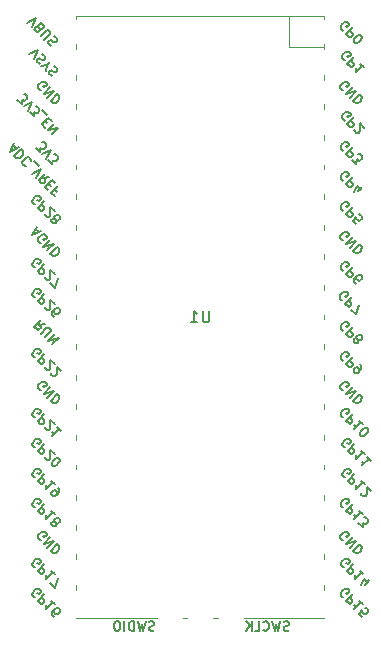
<source format=gbr>
%TF.GenerationSoftware,KiCad,Pcbnew,(6.0.4)*%
%TF.CreationDate,2022-07-04T15:55:19-04:00*%
%TF.ProjectId,cassowary,63617373-6f77-4617-9279-2e6b69636164,rev?*%
%TF.SameCoordinates,Original*%
%TF.FileFunction,Legend,Bot*%
%TF.FilePolarity,Positive*%
%FSLAX46Y46*%
G04 Gerber Fmt 4.6, Leading zero omitted, Abs format (unit mm)*
G04 Created by KiCad (PCBNEW (6.0.4)) date 2022-07-04 15:55:19*
%MOMM*%
%LPD*%
G01*
G04 APERTURE LIST*
%ADD10C,0.150000*%
%ADD11C,0.120000*%
G04 APERTURE END LIST*
D10*
%TO.C,U1*%
X145287904Y-73112380D02*
X145287904Y-73921904D01*
X145240285Y-74017142D01*
X145192666Y-74064761D01*
X145097428Y-74112380D01*
X144906952Y-74112380D01*
X144811714Y-74064761D01*
X144764095Y-74017142D01*
X144716476Y-73921904D01*
X144716476Y-73112380D01*
X143716476Y-74112380D02*
X144287904Y-74112380D01*
X144002190Y-74112380D02*
X144002190Y-73112380D01*
X144097428Y-73255238D01*
X144192666Y-73350476D01*
X144287904Y-73398095D01*
X152035523Y-100183809D02*
X151921238Y-100221904D01*
X151730761Y-100221904D01*
X151654571Y-100183809D01*
X151616476Y-100145714D01*
X151578380Y-100069523D01*
X151578380Y-99993333D01*
X151616476Y-99917142D01*
X151654571Y-99879047D01*
X151730761Y-99840952D01*
X151883142Y-99802857D01*
X151959333Y-99764761D01*
X151997428Y-99726666D01*
X152035523Y-99650476D01*
X152035523Y-99574285D01*
X151997428Y-99498095D01*
X151959333Y-99460000D01*
X151883142Y-99421904D01*
X151692666Y-99421904D01*
X151578380Y-99460000D01*
X151311714Y-99421904D02*
X151121238Y-100221904D01*
X150968857Y-99650476D01*
X150816476Y-100221904D01*
X150626000Y-99421904D01*
X149864095Y-100145714D02*
X149902190Y-100183809D01*
X150016476Y-100221904D01*
X150092666Y-100221904D01*
X150206952Y-100183809D01*
X150283142Y-100107619D01*
X150321238Y-100031428D01*
X150359333Y-99879047D01*
X150359333Y-99764761D01*
X150321238Y-99612380D01*
X150283142Y-99536190D01*
X150206952Y-99460000D01*
X150092666Y-99421904D01*
X150016476Y-99421904D01*
X149902190Y-99460000D01*
X149864095Y-99498095D01*
X149140285Y-100221904D02*
X149521238Y-100221904D01*
X149521238Y-99421904D01*
X148873619Y-100221904D02*
X148873619Y-99421904D01*
X148416476Y-100221904D02*
X148759333Y-99764761D01*
X148416476Y-99421904D02*
X148873619Y-99879047D01*
X156739096Y-57028781D02*
X156658284Y-57001844D01*
X156577471Y-56921032D01*
X156523597Y-56813282D01*
X156523597Y-56705532D01*
X156550534Y-56624720D01*
X156631346Y-56490033D01*
X156712158Y-56409221D01*
X156846845Y-56328409D01*
X156927658Y-56301471D01*
X157035407Y-56301471D01*
X157143157Y-56355346D01*
X157197032Y-56409221D01*
X157250906Y-56516971D01*
X157250906Y-56570845D01*
X157062345Y-56759407D01*
X156954595Y-56651658D01*
X157547218Y-56759407D02*
X156981532Y-57325093D01*
X157197032Y-57540592D01*
X157277844Y-57567529D01*
X157331719Y-57567529D01*
X157412531Y-57540592D01*
X157493343Y-57459780D01*
X157520280Y-57378967D01*
X157520280Y-57325093D01*
X157493343Y-57244280D01*
X157277844Y-57028781D01*
X157574155Y-57809966D02*
X157574155Y-57863841D01*
X157601093Y-57944653D01*
X157735780Y-58079340D01*
X157816592Y-58106277D01*
X157870467Y-58106277D01*
X157951279Y-58079340D01*
X158005154Y-58025465D01*
X158059028Y-57917715D01*
X158059028Y-57271218D01*
X158409215Y-57621404D01*
X130515722Y-87239407D02*
X130434910Y-87212470D01*
X130354097Y-87131658D01*
X130300223Y-87023908D01*
X130300223Y-86916158D01*
X130327160Y-86835346D01*
X130407972Y-86700659D01*
X130488784Y-86619847D01*
X130623471Y-86539035D01*
X130704284Y-86512097D01*
X130812033Y-86512097D01*
X130919783Y-86565972D01*
X130973658Y-86619847D01*
X131027532Y-86727597D01*
X131027532Y-86781471D01*
X130838971Y-86970033D01*
X130731221Y-86862284D01*
X131323844Y-86970033D02*
X130758158Y-87535719D01*
X130973658Y-87751218D01*
X131054470Y-87778155D01*
X131108345Y-87778155D01*
X131189157Y-87751218D01*
X131269969Y-87670406D01*
X131296906Y-87589593D01*
X131296906Y-87535719D01*
X131269969Y-87454906D01*
X131054470Y-87239407D01*
X132185841Y-87832030D02*
X131862592Y-87508781D01*
X132024216Y-87670406D02*
X131458531Y-88236091D01*
X131485468Y-88101404D01*
X131485468Y-87993654D01*
X131458531Y-87912842D01*
X132455215Y-88101404D02*
X132562964Y-88209154D01*
X132589902Y-88289966D01*
X132589902Y-88343841D01*
X132562964Y-88478528D01*
X132482152Y-88613215D01*
X132266653Y-88828714D01*
X132185841Y-88855651D01*
X132131966Y-88855651D01*
X132051154Y-88828714D01*
X131943404Y-88720964D01*
X131916467Y-88640152D01*
X131916467Y-88586277D01*
X131943404Y-88505465D01*
X132078091Y-88370778D01*
X132158903Y-88343841D01*
X132212778Y-88343841D01*
X132293590Y-88370778D01*
X132401340Y-88478528D01*
X132428277Y-88559340D01*
X132428277Y-88613215D01*
X132401340Y-88694027D01*
X131012158Y-54461844D02*
X130931346Y-54434906D01*
X130850534Y-54354094D01*
X130796659Y-54246345D01*
X130796659Y-54138595D01*
X130823597Y-54057783D01*
X130904409Y-53923096D01*
X130985221Y-53842284D01*
X131119908Y-53761471D01*
X131200720Y-53734534D01*
X131308470Y-53734534D01*
X131416219Y-53788409D01*
X131470094Y-53842284D01*
X131523969Y-53950033D01*
X131523969Y-54003908D01*
X131335407Y-54192470D01*
X131227658Y-54084720D01*
X131820280Y-54192470D02*
X131254595Y-54758155D01*
X132143529Y-54515719D01*
X131577844Y-55081404D01*
X132412903Y-54785093D02*
X131847218Y-55350778D01*
X131981905Y-55485465D01*
X132089654Y-55539340D01*
X132197404Y-55539340D01*
X132278216Y-55512402D01*
X132412903Y-55431590D01*
X132493715Y-55350778D01*
X132574528Y-55216091D01*
X132601465Y-55135279D01*
X132601465Y-55027529D01*
X132547590Y-54919780D01*
X132412903Y-54785093D01*
X156612158Y-54461844D02*
X156531346Y-54434906D01*
X156450534Y-54354094D01*
X156396659Y-54246345D01*
X156396659Y-54138595D01*
X156423597Y-54057783D01*
X156504409Y-53923096D01*
X156585221Y-53842284D01*
X156719908Y-53761471D01*
X156800720Y-53734534D01*
X156908470Y-53734534D01*
X157016219Y-53788409D01*
X157070094Y-53842284D01*
X157123969Y-53950033D01*
X157123969Y-54003908D01*
X156935407Y-54192470D01*
X156827658Y-54084720D01*
X157420280Y-54192470D02*
X156854595Y-54758155D01*
X157743529Y-54515719D01*
X157177844Y-55081404D01*
X158012903Y-54785093D02*
X157447218Y-55350778D01*
X157581905Y-55485465D01*
X157689654Y-55539340D01*
X157797404Y-55539340D01*
X157878216Y-55512402D01*
X158012903Y-55431590D01*
X158093715Y-55350778D01*
X158174528Y-55216091D01*
X158201465Y-55135279D01*
X158201465Y-55027529D01*
X158147590Y-54919780D01*
X158012903Y-54785093D01*
X156639096Y-49408781D02*
X156558284Y-49381844D01*
X156477471Y-49301032D01*
X156423597Y-49193282D01*
X156423597Y-49085532D01*
X156450534Y-49004720D01*
X156531346Y-48870033D01*
X156612158Y-48789221D01*
X156746845Y-48708409D01*
X156827658Y-48681471D01*
X156935407Y-48681471D01*
X157043157Y-48735346D01*
X157097032Y-48789221D01*
X157150906Y-48896971D01*
X157150906Y-48950845D01*
X156962345Y-49139407D01*
X156854595Y-49031658D01*
X157447218Y-49139407D02*
X156881532Y-49705093D01*
X157097032Y-49920592D01*
X157177844Y-49947529D01*
X157231719Y-49947529D01*
X157312531Y-49920592D01*
X157393343Y-49839780D01*
X157420280Y-49758967D01*
X157420280Y-49705093D01*
X157393343Y-49624280D01*
X157177844Y-49408781D01*
X157554967Y-50378528D02*
X157608842Y-50432402D01*
X157689654Y-50459340D01*
X157743529Y-50459340D01*
X157824341Y-50432402D01*
X157959028Y-50351590D01*
X158093715Y-50216903D01*
X158174528Y-50082216D01*
X158201465Y-50001404D01*
X158201465Y-49947529D01*
X158174528Y-49866717D01*
X158120653Y-49812842D01*
X158039841Y-49785905D01*
X157985966Y-49785905D01*
X157905154Y-49812842D01*
X157770467Y-49893654D01*
X157635780Y-50028341D01*
X157554967Y-50163028D01*
X157528030Y-50243841D01*
X157528030Y-50297715D01*
X157554967Y-50378528D01*
X156769722Y-87239407D02*
X156688910Y-87212470D01*
X156608097Y-87131658D01*
X156554223Y-87023908D01*
X156554223Y-86916158D01*
X156581160Y-86835346D01*
X156661972Y-86700659D01*
X156742784Y-86619847D01*
X156877471Y-86539035D01*
X156958284Y-86512097D01*
X157066033Y-86512097D01*
X157173783Y-86565972D01*
X157227658Y-86619847D01*
X157281532Y-86727597D01*
X157281532Y-86781471D01*
X157092971Y-86970033D01*
X156985221Y-86862284D01*
X157577844Y-86970033D02*
X157012158Y-87535719D01*
X157227658Y-87751218D01*
X157308470Y-87778155D01*
X157362345Y-87778155D01*
X157443157Y-87751218D01*
X157523969Y-87670406D01*
X157550906Y-87589593D01*
X157550906Y-87535719D01*
X157523969Y-87454906D01*
X157308470Y-87239407D01*
X158439841Y-87832030D02*
X158116592Y-87508781D01*
X158278216Y-87670406D02*
X157712531Y-88236091D01*
X157739468Y-88101404D01*
X157739468Y-87993654D01*
X157712531Y-87912842D01*
X158143529Y-88559340D02*
X158143529Y-88613215D01*
X158170467Y-88694027D01*
X158305154Y-88828714D01*
X158385966Y-88855651D01*
X158439841Y-88855651D01*
X158520653Y-88828714D01*
X158574528Y-88774839D01*
X158628402Y-88667089D01*
X158628402Y-88020592D01*
X158978589Y-88370778D01*
X156612158Y-92561844D02*
X156531346Y-92534906D01*
X156450534Y-92454094D01*
X156396659Y-92346345D01*
X156396659Y-92238595D01*
X156423597Y-92157783D01*
X156504409Y-92023096D01*
X156585221Y-91942284D01*
X156719908Y-91861471D01*
X156800720Y-91834534D01*
X156908470Y-91834534D01*
X157016219Y-91888409D01*
X157070094Y-91942284D01*
X157123969Y-92050033D01*
X157123969Y-92103908D01*
X156935407Y-92292470D01*
X156827658Y-92184720D01*
X157420280Y-92292470D02*
X156854595Y-92858155D01*
X157743529Y-92615719D01*
X157177844Y-93181404D01*
X158012903Y-92885093D02*
X157447218Y-93450778D01*
X157581905Y-93585465D01*
X157689654Y-93639340D01*
X157797404Y-93639340D01*
X157878216Y-93612402D01*
X158012903Y-93531590D01*
X158093715Y-93450778D01*
X158174528Y-93316091D01*
X158201465Y-93235279D01*
X158201465Y-93127529D01*
X158147590Y-93019780D01*
X158012903Y-92885093D01*
X156623722Y-82159407D02*
X156542910Y-82132470D01*
X156462097Y-82051658D01*
X156408223Y-81943908D01*
X156408223Y-81836158D01*
X156435160Y-81755346D01*
X156515972Y-81620659D01*
X156596784Y-81539847D01*
X156731471Y-81459035D01*
X156812284Y-81432097D01*
X156920033Y-81432097D01*
X157027783Y-81485972D01*
X157081658Y-81539847D01*
X157135532Y-81647597D01*
X157135532Y-81701471D01*
X156946971Y-81890033D01*
X156839221Y-81782284D01*
X157431844Y-81890033D02*
X156866158Y-82455719D01*
X157081658Y-82671218D01*
X157162470Y-82698155D01*
X157216345Y-82698155D01*
X157297157Y-82671218D01*
X157377969Y-82590406D01*
X157404906Y-82509593D01*
X157404906Y-82455719D01*
X157377969Y-82374906D01*
X157162470Y-82159407D01*
X158293841Y-82752030D02*
X157970592Y-82428781D01*
X158132216Y-82590406D02*
X157566531Y-83156091D01*
X157593468Y-83021404D01*
X157593468Y-82913654D01*
X157566531Y-82832842D01*
X158078341Y-83667902D02*
X158132216Y-83721776D01*
X158213028Y-83748714D01*
X158266903Y-83748714D01*
X158347715Y-83721776D01*
X158482402Y-83640964D01*
X158617089Y-83506277D01*
X158697902Y-83371590D01*
X158724839Y-83290778D01*
X158724839Y-83236903D01*
X158697902Y-83156091D01*
X158644027Y-83102216D01*
X158563215Y-83075279D01*
X158509340Y-83075279D01*
X158428528Y-83102216D01*
X158293841Y-83183028D01*
X158159154Y-83317715D01*
X158078341Y-83452402D01*
X158051404Y-83533215D01*
X158051404Y-83587089D01*
X158078341Y-83667902D01*
X156639096Y-59568781D02*
X156558284Y-59541844D01*
X156477471Y-59461032D01*
X156423597Y-59353282D01*
X156423597Y-59245532D01*
X156450534Y-59164720D01*
X156531346Y-59030033D01*
X156612158Y-58949221D01*
X156746845Y-58868409D01*
X156827658Y-58841471D01*
X156935407Y-58841471D01*
X157043157Y-58895346D01*
X157097032Y-58949221D01*
X157150906Y-59056971D01*
X157150906Y-59110845D01*
X156962345Y-59299407D01*
X156854595Y-59191658D01*
X157447218Y-59299407D02*
X156881532Y-59865093D01*
X157097032Y-60080592D01*
X157177844Y-60107529D01*
X157231719Y-60107529D01*
X157312531Y-60080592D01*
X157393343Y-59999780D01*
X157420280Y-59918967D01*
X157420280Y-59865093D01*
X157393343Y-59784280D01*
X157177844Y-59568781D01*
X157393343Y-60376903D02*
X157743529Y-60727089D01*
X157770467Y-60323028D01*
X157851279Y-60403841D01*
X157932091Y-60430778D01*
X157985966Y-60430778D01*
X158066778Y-60403841D01*
X158201465Y-60269154D01*
X158228402Y-60188341D01*
X158228402Y-60134467D01*
X158201465Y-60053654D01*
X158039841Y-59892030D01*
X157959028Y-59865093D01*
X157905154Y-59865093D01*
X128680788Y-59126226D02*
X128950162Y-59395600D01*
X128788537Y-58910727D02*
X128411414Y-59664974D01*
X129165661Y-59287850D01*
X129354223Y-59476412D02*
X128788537Y-60042097D01*
X128923224Y-60176784D01*
X129030974Y-60230659D01*
X129138723Y-60230659D01*
X129219536Y-60203722D01*
X129354223Y-60122910D01*
X129435035Y-60042097D01*
X129515847Y-59907410D01*
X129542784Y-59826598D01*
X129542784Y-59718849D01*
X129488910Y-59611099D01*
X129354223Y-59476412D01*
X130189282Y-60419221D02*
X130189282Y-60365346D01*
X130135407Y-60257597D01*
X130081532Y-60203722D01*
X129973783Y-60149847D01*
X129866033Y-60149847D01*
X129785221Y-60176784D01*
X129650534Y-60257597D01*
X129569722Y-60338409D01*
X129488910Y-60473096D01*
X129461972Y-60553908D01*
X129461972Y-60661658D01*
X129515847Y-60769407D01*
X129569722Y-60823282D01*
X129677471Y-60877157D01*
X129731346Y-60877157D01*
X130404781Y-60419221D02*
X130835780Y-60850219D01*
X130270094Y-61523654D02*
X131024341Y-61146531D01*
X130647218Y-61900778D01*
X131724714Y-61846903D02*
X131266778Y-61927715D01*
X131401465Y-61523654D02*
X130835780Y-62089340D01*
X131051279Y-62304839D01*
X131132091Y-62331776D01*
X131185966Y-62331776D01*
X131266778Y-62304839D01*
X131347590Y-62224027D01*
X131374528Y-62143215D01*
X131374528Y-62089340D01*
X131347590Y-62008528D01*
X131132091Y-61793028D01*
X131670839Y-62385651D02*
X131859401Y-62574213D01*
X132236524Y-62358714D02*
X131967150Y-62089340D01*
X131401465Y-62655025D01*
X131670839Y-62924399D01*
X132371211Y-63086024D02*
X132182650Y-62897462D01*
X132478961Y-62601150D02*
X131913276Y-63166836D01*
X132182650Y-63436210D01*
X156639096Y-69728781D02*
X156558284Y-69701844D01*
X156477471Y-69621032D01*
X156423597Y-69513282D01*
X156423597Y-69405532D01*
X156450534Y-69324720D01*
X156531346Y-69190033D01*
X156612158Y-69109221D01*
X156746845Y-69028409D01*
X156827658Y-69001471D01*
X156935407Y-69001471D01*
X157043157Y-69055346D01*
X157097032Y-69109221D01*
X157150906Y-69216971D01*
X157150906Y-69270845D01*
X156962345Y-69459407D01*
X156854595Y-69351658D01*
X157447218Y-69459407D02*
X156881532Y-70025093D01*
X157097032Y-70240592D01*
X157177844Y-70267529D01*
X157231719Y-70267529D01*
X157312531Y-70240592D01*
X157393343Y-70159780D01*
X157420280Y-70078967D01*
X157420280Y-70025093D01*
X157393343Y-69944280D01*
X157177844Y-69728781D01*
X157689654Y-70833215D02*
X157581905Y-70725465D01*
X157554967Y-70644653D01*
X157554967Y-70590778D01*
X157581905Y-70456091D01*
X157662717Y-70321404D01*
X157878216Y-70105905D01*
X157959028Y-70078967D01*
X158012903Y-70078967D01*
X158093715Y-70105905D01*
X158201465Y-70213654D01*
X158228402Y-70294467D01*
X158228402Y-70348341D01*
X158201465Y-70429154D01*
X158066778Y-70563841D01*
X157985966Y-70590778D01*
X157932091Y-70590778D01*
X157851279Y-70563841D01*
X157743529Y-70456091D01*
X157716592Y-70375279D01*
X157716592Y-70321404D01*
X157743529Y-70240592D01*
X140621238Y-100183809D02*
X140506952Y-100221904D01*
X140316476Y-100221904D01*
X140240285Y-100183809D01*
X140202190Y-100145714D01*
X140164095Y-100069523D01*
X140164095Y-99993333D01*
X140202190Y-99917142D01*
X140240285Y-99879047D01*
X140316476Y-99840952D01*
X140468857Y-99802857D01*
X140545047Y-99764761D01*
X140583142Y-99726666D01*
X140621238Y-99650476D01*
X140621238Y-99574285D01*
X140583142Y-99498095D01*
X140545047Y-99460000D01*
X140468857Y-99421904D01*
X140278380Y-99421904D01*
X140164095Y-99460000D01*
X139897428Y-99421904D02*
X139706952Y-100221904D01*
X139554571Y-99650476D01*
X139402190Y-100221904D01*
X139211714Y-99421904D01*
X138906952Y-100221904D02*
X138906952Y-99421904D01*
X138716476Y-99421904D01*
X138602190Y-99460000D01*
X138526000Y-99536190D01*
X138487904Y-99612380D01*
X138449809Y-99764761D01*
X138449809Y-99879047D01*
X138487904Y-100031428D01*
X138526000Y-100107619D01*
X138602190Y-100183809D01*
X138716476Y-100221904D01*
X138906952Y-100221904D01*
X138106952Y-100221904D02*
X138106952Y-99421904D01*
X137573619Y-99421904D02*
X137421238Y-99421904D01*
X137345047Y-99460000D01*
X137268857Y-99536190D01*
X137230761Y-99688571D01*
X137230761Y-99955238D01*
X137268857Y-100107619D01*
X137345047Y-100183809D01*
X137421238Y-100221904D01*
X137573619Y-100221904D01*
X137649809Y-100183809D01*
X137726000Y-100107619D01*
X137764095Y-99955238D01*
X137764095Y-99688571D01*
X137726000Y-99536190D01*
X137649809Y-99460000D01*
X137573619Y-99421904D01*
X156539096Y-72238781D02*
X156458284Y-72211844D01*
X156377471Y-72131032D01*
X156323597Y-72023282D01*
X156323597Y-71915532D01*
X156350534Y-71834720D01*
X156431346Y-71700033D01*
X156512158Y-71619221D01*
X156646845Y-71538409D01*
X156727658Y-71511471D01*
X156835407Y-71511471D01*
X156943157Y-71565346D01*
X156997032Y-71619221D01*
X157050906Y-71726971D01*
X157050906Y-71780845D01*
X156862345Y-71969407D01*
X156754595Y-71861658D01*
X157347218Y-71969407D02*
X156781532Y-72535093D01*
X156997032Y-72750592D01*
X157077844Y-72777529D01*
X157131719Y-72777529D01*
X157212531Y-72750592D01*
X157293343Y-72669780D01*
X157320280Y-72588967D01*
X157320280Y-72535093D01*
X157293343Y-72454280D01*
X157077844Y-72238781D01*
X157293343Y-73046903D02*
X157670467Y-73424027D01*
X157993715Y-72615905D01*
X131364375Y-74256564D02*
X130906439Y-74337377D01*
X131041126Y-73933316D02*
X130475441Y-74499001D01*
X130690940Y-74714500D01*
X130771752Y-74741438D01*
X130825627Y-74741438D01*
X130906439Y-74714500D01*
X130987251Y-74633688D01*
X131014189Y-74552876D01*
X131014189Y-74499001D01*
X130987251Y-74418189D01*
X130771752Y-74202690D01*
X131041126Y-75064687D02*
X131499062Y-74606751D01*
X131579874Y-74579813D01*
X131633749Y-74579813D01*
X131714561Y-74606751D01*
X131822311Y-74714500D01*
X131849248Y-74795312D01*
X131849248Y-74849187D01*
X131822311Y-74930000D01*
X131364375Y-75387935D01*
X132199435Y-75091624D02*
X131633749Y-75657309D01*
X132522683Y-75414873D01*
X131956998Y-75980558D01*
X131012158Y-79861844D02*
X130931346Y-79834906D01*
X130850534Y-79754094D01*
X130796659Y-79646345D01*
X130796659Y-79538595D01*
X130823597Y-79457783D01*
X130904409Y-79323096D01*
X130985221Y-79242284D01*
X131119908Y-79161471D01*
X131200720Y-79134534D01*
X131308470Y-79134534D01*
X131416219Y-79188409D01*
X131470094Y-79242284D01*
X131523969Y-79350033D01*
X131523969Y-79403908D01*
X131335407Y-79592470D01*
X131227658Y-79484720D01*
X131820280Y-79592470D02*
X131254595Y-80158155D01*
X132143529Y-79915719D01*
X131577844Y-80481404D01*
X132412903Y-80185093D02*
X131847218Y-80750778D01*
X131981905Y-80885465D01*
X132089654Y-80939340D01*
X132197404Y-80939340D01*
X132278216Y-80912402D01*
X132412903Y-80831590D01*
X132493715Y-80750778D01*
X132574528Y-80616091D01*
X132601465Y-80535279D01*
X132601465Y-80427529D01*
X132547590Y-80319780D01*
X132412903Y-80185093D01*
X156769722Y-84699407D02*
X156688910Y-84672470D01*
X156608097Y-84591658D01*
X156554223Y-84483908D01*
X156554223Y-84376158D01*
X156581160Y-84295346D01*
X156661972Y-84160659D01*
X156742784Y-84079847D01*
X156877471Y-83999035D01*
X156958284Y-83972097D01*
X157066033Y-83972097D01*
X157173783Y-84025972D01*
X157227658Y-84079847D01*
X157281532Y-84187597D01*
X157281532Y-84241471D01*
X157092971Y-84430033D01*
X156985221Y-84322284D01*
X157577844Y-84430033D02*
X157012158Y-84995719D01*
X157227658Y-85211218D01*
X157308470Y-85238155D01*
X157362345Y-85238155D01*
X157443157Y-85211218D01*
X157523969Y-85130406D01*
X157550906Y-85049593D01*
X157550906Y-84995719D01*
X157523969Y-84914906D01*
X157308470Y-84699407D01*
X158439841Y-85292030D02*
X158116592Y-84968781D01*
X158278216Y-85130406D02*
X157712531Y-85696091D01*
X157739468Y-85561404D01*
X157739468Y-85453654D01*
X157712531Y-85372842D01*
X158978589Y-85830778D02*
X158655340Y-85507529D01*
X158816964Y-85669154D02*
X158251279Y-86234839D01*
X158278216Y-86100152D01*
X158278216Y-85992402D01*
X158251279Y-85911590D01*
X156639096Y-74808781D02*
X156558284Y-74781844D01*
X156477471Y-74701032D01*
X156423597Y-74593282D01*
X156423597Y-74485532D01*
X156450534Y-74404720D01*
X156531346Y-74270033D01*
X156612158Y-74189221D01*
X156746845Y-74108409D01*
X156827658Y-74081471D01*
X156935407Y-74081471D01*
X157043157Y-74135346D01*
X157097032Y-74189221D01*
X157150906Y-74296971D01*
X157150906Y-74350845D01*
X156962345Y-74539407D01*
X156854595Y-74431658D01*
X157447218Y-74539407D02*
X156881532Y-75105093D01*
X157097032Y-75320592D01*
X157177844Y-75347529D01*
X157231719Y-75347529D01*
X157312531Y-75320592D01*
X157393343Y-75239780D01*
X157420280Y-75158967D01*
X157420280Y-75105093D01*
X157393343Y-75024280D01*
X157177844Y-74808781D01*
X157770467Y-75509154D02*
X157689654Y-75482216D01*
X157635780Y-75482216D01*
X157554967Y-75509154D01*
X157528030Y-75536091D01*
X157501093Y-75616903D01*
X157501093Y-75670778D01*
X157528030Y-75751590D01*
X157635780Y-75859340D01*
X157716592Y-75886277D01*
X157770467Y-75886277D01*
X157851279Y-75859340D01*
X157878216Y-75832402D01*
X157905154Y-75751590D01*
X157905154Y-75697715D01*
X157878216Y-75616903D01*
X157770467Y-75509154D01*
X157743529Y-75428341D01*
X157743529Y-75374467D01*
X157770467Y-75293654D01*
X157878216Y-75185905D01*
X157959028Y-75158967D01*
X158012903Y-75158967D01*
X158093715Y-75185905D01*
X158201465Y-75293654D01*
X158228402Y-75374467D01*
X158228402Y-75428341D01*
X158201465Y-75509154D01*
X158093715Y-75616903D01*
X158012903Y-75643841D01*
X157959028Y-75643841D01*
X157878216Y-75616903D01*
X129048131Y-55301691D02*
X129398317Y-55651877D01*
X129425255Y-55247816D01*
X129506067Y-55328629D01*
X129586879Y-55355566D01*
X129640754Y-55355566D01*
X129721566Y-55328629D01*
X129856253Y-55193942D01*
X129883190Y-55113129D01*
X129883190Y-55059255D01*
X129856253Y-54978442D01*
X129694629Y-54816818D01*
X129613816Y-54789881D01*
X129559942Y-54789881D01*
X129559942Y-55813502D02*
X130314189Y-55436378D01*
X129937065Y-56190625D01*
X130071752Y-56325312D02*
X130421938Y-56675499D01*
X130448876Y-56271438D01*
X130529688Y-56352250D01*
X130610500Y-56379187D01*
X130664375Y-56379187D01*
X130745187Y-56352250D01*
X130879874Y-56217563D01*
X130906812Y-56136751D01*
X130906812Y-56082876D01*
X130879874Y-56002064D01*
X130718250Y-55840439D01*
X130637438Y-55813502D01*
X130583563Y-55813502D01*
X131149248Y-56163688D02*
X131580247Y-56594687D01*
X131364748Y-57079560D02*
X131553309Y-57268122D01*
X131930433Y-57052622D02*
X131661059Y-56783248D01*
X131095374Y-57348934D01*
X131364748Y-57618308D01*
X132172870Y-57295059D02*
X131607184Y-57860744D01*
X132496118Y-57618308D01*
X131930433Y-58183993D01*
X156623722Y-97399407D02*
X156542910Y-97372470D01*
X156462097Y-97291658D01*
X156408223Y-97183908D01*
X156408223Y-97076158D01*
X156435160Y-96995346D01*
X156515972Y-96860659D01*
X156596784Y-96779847D01*
X156731471Y-96699035D01*
X156812284Y-96672097D01*
X156920033Y-96672097D01*
X157027783Y-96725972D01*
X157081658Y-96779847D01*
X157135532Y-96887597D01*
X157135532Y-96941471D01*
X156946971Y-97130033D01*
X156839221Y-97022284D01*
X157431844Y-97130033D02*
X156866158Y-97695719D01*
X157081658Y-97911218D01*
X157162470Y-97938155D01*
X157216345Y-97938155D01*
X157297157Y-97911218D01*
X157377969Y-97830406D01*
X157404906Y-97749593D01*
X157404906Y-97695719D01*
X157377969Y-97614906D01*
X157162470Y-97399407D01*
X158293841Y-97992030D02*
X157970592Y-97668781D01*
X158132216Y-97830406D02*
X157566531Y-98396091D01*
X157593468Y-98261404D01*
X157593468Y-98153654D01*
X157566531Y-98072842D01*
X158239966Y-99069526D02*
X157970592Y-98800152D01*
X158213028Y-98503841D01*
X158213028Y-98557715D01*
X158239966Y-98638528D01*
X158374653Y-98773215D01*
X158455465Y-98800152D01*
X158509340Y-98800152D01*
X158590152Y-98773215D01*
X158724839Y-98638528D01*
X158751776Y-98557715D01*
X158751776Y-98503841D01*
X158724839Y-98423028D01*
X158590152Y-98288341D01*
X158509340Y-98261404D01*
X158455465Y-98261404D01*
X130515722Y-97399407D02*
X130434910Y-97372470D01*
X130354097Y-97291658D01*
X130300223Y-97183908D01*
X130300223Y-97076158D01*
X130327160Y-96995346D01*
X130407972Y-96860659D01*
X130488784Y-96779847D01*
X130623471Y-96699035D01*
X130704284Y-96672097D01*
X130812033Y-96672097D01*
X130919783Y-96725972D01*
X130973658Y-96779847D01*
X131027532Y-96887597D01*
X131027532Y-96941471D01*
X130838971Y-97130033D01*
X130731221Y-97022284D01*
X131323844Y-97130033D02*
X130758158Y-97695719D01*
X130973658Y-97911218D01*
X131054470Y-97938155D01*
X131108345Y-97938155D01*
X131189157Y-97911218D01*
X131269969Y-97830406D01*
X131296906Y-97749593D01*
X131296906Y-97695719D01*
X131269969Y-97614906D01*
X131054470Y-97399407D01*
X132185841Y-97992030D02*
X131862592Y-97668781D01*
X132024216Y-97830406D02*
X131458531Y-98396091D01*
X131485468Y-98261404D01*
X131485468Y-98153654D01*
X131458531Y-98072842D01*
X132105028Y-99042589D02*
X131997279Y-98934839D01*
X131970341Y-98854027D01*
X131970341Y-98800152D01*
X131997279Y-98665465D01*
X132078091Y-98530778D01*
X132293590Y-98315279D01*
X132374402Y-98288341D01*
X132428277Y-98288341D01*
X132509089Y-98315279D01*
X132616839Y-98423028D01*
X132643776Y-98503841D01*
X132643776Y-98557715D01*
X132616839Y-98638528D01*
X132482152Y-98773215D01*
X132401340Y-98800152D01*
X132347465Y-98800152D01*
X132266653Y-98773215D01*
X132158903Y-98665465D01*
X132131966Y-98584653D01*
X132131966Y-98530778D01*
X132158903Y-98449966D01*
X156739096Y-51938781D02*
X156658284Y-51911844D01*
X156577471Y-51831032D01*
X156523597Y-51723282D01*
X156523597Y-51615532D01*
X156550534Y-51534720D01*
X156631346Y-51400033D01*
X156712158Y-51319221D01*
X156846845Y-51238409D01*
X156927658Y-51211471D01*
X157035407Y-51211471D01*
X157143157Y-51265346D01*
X157197032Y-51319221D01*
X157250906Y-51426971D01*
X157250906Y-51480845D01*
X157062345Y-51669407D01*
X156954595Y-51561658D01*
X157547218Y-51669407D02*
X156981532Y-52235093D01*
X157197032Y-52450592D01*
X157277844Y-52477529D01*
X157331719Y-52477529D01*
X157412531Y-52450592D01*
X157493343Y-52369780D01*
X157520280Y-52288967D01*
X157520280Y-52235093D01*
X157493343Y-52154280D01*
X157277844Y-51938781D01*
X158409215Y-52531404D02*
X158085966Y-52208155D01*
X158247590Y-52369780D02*
X157681905Y-52935465D01*
X157708842Y-52800778D01*
X157708842Y-52693028D01*
X157681905Y-52612216D01*
X129879129Y-48732690D02*
X130633377Y-48355566D01*
X130256253Y-49109813D01*
X130902751Y-49217563D02*
X131010500Y-49271438D01*
X131064375Y-49271438D01*
X131145187Y-49244500D01*
X131226000Y-49163688D01*
X131252937Y-49082876D01*
X131252937Y-49029001D01*
X131226000Y-48948189D01*
X131010500Y-48732690D01*
X130444815Y-49298375D01*
X130633377Y-49486937D01*
X130714189Y-49513874D01*
X130768064Y-49513874D01*
X130848876Y-49486937D01*
X130902751Y-49433062D01*
X130929688Y-49352250D01*
X130929688Y-49298375D01*
X130902751Y-49217563D01*
X130714189Y-49029001D01*
X131010500Y-49864061D02*
X131468436Y-49406125D01*
X131549248Y-49379187D01*
X131603123Y-49379187D01*
X131683935Y-49406125D01*
X131791685Y-49513874D01*
X131818622Y-49594687D01*
X131818622Y-49648561D01*
X131791685Y-49729374D01*
X131333749Y-50187309D01*
X132114934Y-49890998D02*
X132222683Y-49944873D01*
X132357370Y-50079560D01*
X132384308Y-50160372D01*
X132384308Y-50214247D01*
X132357370Y-50295059D01*
X132303496Y-50348934D01*
X132222683Y-50375871D01*
X132168809Y-50375871D01*
X132087996Y-50348934D01*
X131953309Y-50268122D01*
X131872497Y-50241184D01*
X131818622Y-50241184D01*
X131737810Y-50268122D01*
X131683935Y-50321996D01*
X131656998Y-50402809D01*
X131656998Y-50456683D01*
X131683935Y-50537496D01*
X131818622Y-50672183D01*
X131926372Y-50726057D01*
X130515722Y-77079407D02*
X130434910Y-77052470D01*
X130354097Y-76971658D01*
X130300223Y-76863908D01*
X130300223Y-76756158D01*
X130327160Y-76675346D01*
X130407972Y-76540659D01*
X130488784Y-76459847D01*
X130623471Y-76379035D01*
X130704284Y-76352097D01*
X130812033Y-76352097D01*
X130919783Y-76405972D01*
X130973658Y-76459847D01*
X131027532Y-76567597D01*
X131027532Y-76621471D01*
X130838971Y-76810033D01*
X130731221Y-76702284D01*
X131323844Y-76810033D02*
X130758158Y-77375719D01*
X130973658Y-77591218D01*
X131054470Y-77618155D01*
X131108345Y-77618155D01*
X131189157Y-77591218D01*
X131269969Y-77510406D01*
X131296906Y-77429593D01*
X131296906Y-77375719D01*
X131269969Y-77294906D01*
X131054470Y-77079407D01*
X131350781Y-77860592D02*
X131350781Y-77914467D01*
X131377719Y-77995279D01*
X131512406Y-78129966D01*
X131593218Y-78156903D01*
X131647093Y-78156903D01*
X131727905Y-78129966D01*
X131781780Y-78076091D01*
X131835654Y-77968341D01*
X131835654Y-77321844D01*
X132185841Y-77672030D01*
X131889529Y-78399340D02*
X131889529Y-78453215D01*
X131916467Y-78534027D01*
X132051154Y-78668714D01*
X132131966Y-78695651D01*
X132185841Y-78695651D01*
X132266653Y-78668714D01*
X132320528Y-78614839D01*
X132374402Y-78507089D01*
X132374402Y-77860592D01*
X132724589Y-78210778D01*
X156639096Y-62108781D02*
X156558284Y-62081844D01*
X156477471Y-62001032D01*
X156423597Y-61893282D01*
X156423597Y-61785532D01*
X156450534Y-61704720D01*
X156531346Y-61570033D01*
X156612158Y-61489221D01*
X156746845Y-61408409D01*
X156827658Y-61381471D01*
X156935407Y-61381471D01*
X157043157Y-61435346D01*
X157097032Y-61489221D01*
X157150906Y-61596971D01*
X157150906Y-61650845D01*
X156962345Y-61839407D01*
X156854595Y-61731658D01*
X157447218Y-61839407D02*
X156881532Y-62405093D01*
X157097032Y-62620592D01*
X157177844Y-62647529D01*
X157231719Y-62647529D01*
X157312531Y-62620592D01*
X157393343Y-62539780D01*
X157420280Y-62458967D01*
X157420280Y-62405093D01*
X157393343Y-62324280D01*
X157177844Y-62108781D01*
X157878216Y-63024653D02*
X158255340Y-62647529D01*
X157528030Y-63105465D02*
X157797404Y-62566717D01*
X158147590Y-62916903D01*
X156623722Y-89779407D02*
X156542910Y-89752470D01*
X156462097Y-89671658D01*
X156408223Y-89563908D01*
X156408223Y-89456158D01*
X156435160Y-89375346D01*
X156515972Y-89240659D01*
X156596784Y-89159847D01*
X156731471Y-89079035D01*
X156812284Y-89052097D01*
X156920033Y-89052097D01*
X157027783Y-89105972D01*
X157081658Y-89159847D01*
X157135532Y-89267597D01*
X157135532Y-89321471D01*
X156946971Y-89510033D01*
X156839221Y-89402284D01*
X157431844Y-89510033D02*
X156866158Y-90075719D01*
X157081658Y-90291218D01*
X157162470Y-90318155D01*
X157216345Y-90318155D01*
X157297157Y-90291218D01*
X157377969Y-90210406D01*
X157404906Y-90129593D01*
X157404906Y-90075719D01*
X157377969Y-89994906D01*
X157162470Y-89779407D01*
X158293841Y-90372030D02*
X157970592Y-90048781D01*
X158132216Y-90210406D02*
X157566531Y-90776091D01*
X157593468Y-90641404D01*
X157593468Y-90533654D01*
X157566531Y-90452842D01*
X157916717Y-91126277D02*
X158266903Y-91476463D01*
X158293841Y-91072402D01*
X158374653Y-91153215D01*
X158455465Y-91180152D01*
X158509340Y-91180152D01*
X158590152Y-91153215D01*
X158724839Y-91018528D01*
X158751776Y-90937715D01*
X158751776Y-90883841D01*
X158724839Y-90803028D01*
X158563215Y-90641404D01*
X158482402Y-90614467D01*
X158428528Y-90614467D01*
X156669722Y-94859407D02*
X156588910Y-94832470D01*
X156508097Y-94751658D01*
X156454223Y-94643908D01*
X156454223Y-94536158D01*
X156481160Y-94455346D01*
X156561972Y-94320659D01*
X156642784Y-94239847D01*
X156777471Y-94159035D01*
X156858284Y-94132097D01*
X156966033Y-94132097D01*
X157073783Y-94185972D01*
X157127658Y-94239847D01*
X157181532Y-94347597D01*
X157181532Y-94401471D01*
X156992971Y-94590033D01*
X156885221Y-94482284D01*
X157477844Y-94590033D02*
X156912158Y-95155719D01*
X157127658Y-95371218D01*
X157208470Y-95398155D01*
X157262345Y-95398155D01*
X157343157Y-95371218D01*
X157423969Y-95290406D01*
X157450906Y-95209593D01*
X157450906Y-95155719D01*
X157423969Y-95074906D01*
X157208470Y-94859407D01*
X158339841Y-95452030D02*
X158016592Y-95128781D01*
X158178216Y-95290406D02*
X157612531Y-95856091D01*
X157639468Y-95721404D01*
X157639468Y-95613654D01*
X157612531Y-95532842D01*
X158447590Y-96314027D02*
X158824714Y-95936903D01*
X158097404Y-96394839D02*
X158366778Y-95856091D01*
X158716964Y-96206277D01*
X130515722Y-84699407D02*
X130434910Y-84672470D01*
X130354097Y-84591658D01*
X130300223Y-84483908D01*
X130300223Y-84376158D01*
X130327160Y-84295346D01*
X130407972Y-84160659D01*
X130488784Y-84079847D01*
X130623471Y-83999035D01*
X130704284Y-83972097D01*
X130812033Y-83972097D01*
X130919783Y-84025972D01*
X130973658Y-84079847D01*
X131027532Y-84187597D01*
X131027532Y-84241471D01*
X130838971Y-84430033D01*
X130731221Y-84322284D01*
X131323844Y-84430033D02*
X130758158Y-84995719D01*
X130973658Y-85211218D01*
X131054470Y-85238155D01*
X131108345Y-85238155D01*
X131189157Y-85211218D01*
X131269969Y-85130406D01*
X131296906Y-85049593D01*
X131296906Y-84995719D01*
X131269969Y-84914906D01*
X131054470Y-84699407D01*
X131350781Y-85480592D02*
X131350781Y-85534467D01*
X131377719Y-85615279D01*
X131512406Y-85749966D01*
X131593218Y-85776903D01*
X131647093Y-85776903D01*
X131727905Y-85749966D01*
X131781780Y-85696091D01*
X131835654Y-85588341D01*
X131835654Y-84941844D01*
X132185841Y-85292030D01*
X131970341Y-86207902D02*
X132024216Y-86261776D01*
X132105028Y-86288714D01*
X132158903Y-86288714D01*
X132239715Y-86261776D01*
X132374402Y-86180964D01*
X132509089Y-86046277D01*
X132589902Y-85911590D01*
X132616839Y-85830778D01*
X132616839Y-85776903D01*
X132589902Y-85696091D01*
X132536027Y-85642216D01*
X132455215Y-85615279D01*
X132401340Y-85615279D01*
X132320528Y-85642216D01*
X132185841Y-85723028D01*
X132051154Y-85857715D01*
X131970341Y-85992402D01*
X131943404Y-86073215D01*
X131943404Y-86127089D01*
X131970341Y-86207902D01*
X131012158Y-92561844D02*
X130931346Y-92534906D01*
X130850534Y-92454094D01*
X130796659Y-92346345D01*
X130796659Y-92238595D01*
X130823597Y-92157783D01*
X130904409Y-92023096D01*
X130985221Y-91942284D01*
X131119908Y-91861471D01*
X131200720Y-91834534D01*
X131308470Y-91834534D01*
X131416219Y-91888409D01*
X131470094Y-91942284D01*
X131523969Y-92050033D01*
X131523969Y-92103908D01*
X131335407Y-92292470D01*
X131227658Y-92184720D01*
X131820280Y-92292470D02*
X131254595Y-92858155D01*
X132143529Y-92615719D01*
X131577844Y-93181404D01*
X132412903Y-92885093D02*
X131847218Y-93450778D01*
X131981905Y-93585465D01*
X132089654Y-93639340D01*
X132197404Y-93639340D01*
X132278216Y-93612402D01*
X132412903Y-93531590D01*
X132493715Y-93450778D01*
X132574528Y-93316091D01*
X132601465Y-93235279D01*
X132601465Y-93127529D01*
X132547590Y-93019780D01*
X132412903Y-92885093D01*
X130515722Y-69469407D02*
X130434910Y-69442470D01*
X130354097Y-69361658D01*
X130300223Y-69253908D01*
X130300223Y-69146158D01*
X130327160Y-69065346D01*
X130407972Y-68930659D01*
X130488784Y-68849847D01*
X130623471Y-68769035D01*
X130704284Y-68742097D01*
X130812033Y-68742097D01*
X130919783Y-68795972D01*
X130973658Y-68849847D01*
X131027532Y-68957597D01*
X131027532Y-69011471D01*
X130838971Y-69200033D01*
X130731221Y-69092284D01*
X131323844Y-69200033D02*
X130758158Y-69765719D01*
X130973658Y-69981218D01*
X131054470Y-70008155D01*
X131108345Y-70008155D01*
X131189157Y-69981218D01*
X131269969Y-69900406D01*
X131296906Y-69819593D01*
X131296906Y-69765719D01*
X131269969Y-69684906D01*
X131054470Y-69469407D01*
X131350781Y-70250592D02*
X131350781Y-70304467D01*
X131377719Y-70385279D01*
X131512406Y-70519966D01*
X131593218Y-70546903D01*
X131647093Y-70546903D01*
X131727905Y-70519966D01*
X131781780Y-70466091D01*
X131835654Y-70358341D01*
X131835654Y-69711844D01*
X132185841Y-70062030D01*
X131808717Y-70816277D02*
X132185841Y-71193401D01*
X132509089Y-70385279D01*
X130515722Y-71999407D02*
X130434910Y-71972470D01*
X130354097Y-71891658D01*
X130300223Y-71783908D01*
X130300223Y-71676158D01*
X130327160Y-71595346D01*
X130407972Y-71460659D01*
X130488784Y-71379847D01*
X130623471Y-71299035D01*
X130704284Y-71272097D01*
X130812033Y-71272097D01*
X130919783Y-71325972D01*
X130973658Y-71379847D01*
X131027532Y-71487597D01*
X131027532Y-71541471D01*
X130838971Y-71730033D01*
X130731221Y-71622284D01*
X131323844Y-71730033D02*
X130758158Y-72295719D01*
X130973658Y-72511218D01*
X131054470Y-72538155D01*
X131108345Y-72538155D01*
X131189157Y-72511218D01*
X131269969Y-72430406D01*
X131296906Y-72349593D01*
X131296906Y-72295719D01*
X131269969Y-72214906D01*
X131054470Y-71999407D01*
X131350781Y-72780592D02*
X131350781Y-72834467D01*
X131377719Y-72915279D01*
X131512406Y-73049966D01*
X131593218Y-73076903D01*
X131647093Y-73076903D01*
X131727905Y-73049966D01*
X131781780Y-72996091D01*
X131835654Y-72888341D01*
X131835654Y-72241844D01*
X132185841Y-72592030D01*
X132105028Y-73642589D02*
X131997279Y-73534839D01*
X131970341Y-73454027D01*
X131970341Y-73400152D01*
X131997279Y-73265465D01*
X132078091Y-73130778D01*
X132293590Y-72915279D01*
X132374402Y-72888341D01*
X132428277Y-72888341D01*
X132509089Y-72915279D01*
X132616839Y-73023028D01*
X132643776Y-73103841D01*
X132643776Y-73157715D01*
X132616839Y-73238528D01*
X132482152Y-73373215D01*
X132401340Y-73400152D01*
X132347465Y-73400152D01*
X132266653Y-73373215D01*
X132158903Y-73265465D01*
X132131966Y-73184653D01*
X132131966Y-73130778D01*
X132158903Y-73049966D01*
X156639096Y-77348781D02*
X156558284Y-77321844D01*
X156477471Y-77241032D01*
X156423597Y-77133282D01*
X156423597Y-77025532D01*
X156450534Y-76944720D01*
X156531346Y-76810033D01*
X156612158Y-76729221D01*
X156746845Y-76648409D01*
X156827658Y-76621471D01*
X156935407Y-76621471D01*
X157043157Y-76675346D01*
X157097032Y-76729221D01*
X157150906Y-76836971D01*
X157150906Y-76890845D01*
X156962345Y-77079407D01*
X156854595Y-76971658D01*
X157447218Y-77079407D02*
X156881532Y-77645093D01*
X157097032Y-77860592D01*
X157177844Y-77887529D01*
X157231719Y-77887529D01*
X157312531Y-77860592D01*
X157393343Y-77779780D01*
X157420280Y-77698967D01*
X157420280Y-77645093D01*
X157393343Y-77564280D01*
X157177844Y-77348781D01*
X158039841Y-77672030D02*
X158147590Y-77779780D01*
X158174528Y-77860592D01*
X158174528Y-77914467D01*
X158147590Y-78049154D01*
X158066778Y-78183841D01*
X157851279Y-78399340D01*
X157770467Y-78426277D01*
X157716592Y-78426277D01*
X157635780Y-78399340D01*
X157528030Y-78291590D01*
X157501093Y-78210778D01*
X157501093Y-78156903D01*
X157528030Y-78076091D01*
X157662717Y-77941404D01*
X157743529Y-77914467D01*
X157797404Y-77914467D01*
X157878216Y-77941404D01*
X157985966Y-78049154D01*
X158012903Y-78129966D01*
X158012903Y-78183841D01*
X157985966Y-78264653D01*
X130515722Y-89779407D02*
X130434910Y-89752470D01*
X130354097Y-89671658D01*
X130300223Y-89563908D01*
X130300223Y-89456158D01*
X130327160Y-89375346D01*
X130407972Y-89240659D01*
X130488784Y-89159847D01*
X130623471Y-89079035D01*
X130704284Y-89052097D01*
X130812033Y-89052097D01*
X130919783Y-89105972D01*
X130973658Y-89159847D01*
X131027532Y-89267597D01*
X131027532Y-89321471D01*
X130838971Y-89510033D01*
X130731221Y-89402284D01*
X131323844Y-89510033D02*
X130758158Y-90075719D01*
X130973658Y-90291218D01*
X131054470Y-90318155D01*
X131108345Y-90318155D01*
X131189157Y-90291218D01*
X131269969Y-90210406D01*
X131296906Y-90129593D01*
X131296906Y-90075719D01*
X131269969Y-89994906D01*
X131054470Y-89779407D01*
X132185841Y-90372030D02*
X131862592Y-90048781D01*
X132024216Y-90210406D02*
X131458531Y-90776091D01*
X131485468Y-90641404D01*
X131485468Y-90533654D01*
X131458531Y-90452842D01*
X132185841Y-91018528D02*
X132105028Y-90991590D01*
X132051154Y-90991590D01*
X131970341Y-91018528D01*
X131943404Y-91045465D01*
X131916467Y-91126277D01*
X131916467Y-91180152D01*
X131943404Y-91260964D01*
X132051154Y-91368714D01*
X132131966Y-91395651D01*
X132185841Y-91395651D01*
X132266653Y-91368714D01*
X132293590Y-91341776D01*
X132320528Y-91260964D01*
X132320528Y-91207089D01*
X132293590Y-91126277D01*
X132185841Y-91018528D01*
X132158903Y-90937715D01*
X132158903Y-90883841D01*
X132185841Y-90803028D01*
X132293590Y-90695279D01*
X132374402Y-90668341D01*
X132428277Y-90668341D01*
X132509089Y-90695279D01*
X132616839Y-90803028D01*
X132643776Y-90883841D01*
X132643776Y-90937715D01*
X132616839Y-91018528D01*
X132509089Y-91126277D01*
X132428277Y-91153215D01*
X132374402Y-91153215D01*
X132293590Y-91126277D01*
X130515722Y-64125407D02*
X130434910Y-64098470D01*
X130354097Y-64017658D01*
X130300223Y-63909908D01*
X130300223Y-63802158D01*
X130327160Y-63721346D01*
X130407972Y-63586659D01*
X130488784Y-63505847D01*
X130623471Y-63425035D01*
X130704284Y-63398097D01*
X130812033Y-63398097D01*
X130919783Y-63451972D01*
X130973658Y-63505847D01*
X131027532Y-63613597D01*
X131027532Y-63667471D01*
X130838971Y-63856033D01*
X130731221Y-63748284D01*
X131323844Y-63856033D02*
X130758158Y-64421719D01*
X130973658Y-64637218D01*
X131054470Y-64664155D01*
X131108345Y-64664155D01*
X131189157Y-64637218D01*
X131269969Y-64556406D01*
X131296906Y-64475593D01*
X131296906Y-64421719D01*
X131269969Y-64340906D01*
X131054470Y-64125407D01*
X131350781Y-64906592D02*
X131350781Y-64960467D01*
X131377719Y-65041279D01*
X131512406Y-65175966D01*
X131593218Y-65202903D01*
X131647093Y-65202903D01*
X131727905Y-65175966D01*
X131781780Y-65122091D01*
X131835654Y-65014341D01*
X131835654Y-64367844D01*
X132185841Y-64718030D01*
X132185841Y-65364528D02*
X132105028Y-65337590D01*
X132051154Y-65337590D01*
X131970341Y-65364528D01*
X131943404Y-65391465D01*
X131916467Y-65472277D01*
X131916467Y-65526152D01*
X131943404Y-65606964D01*
X132051154Y-65714714D01*
X132131966Y-65741651D01*
X132185841Y-65741651D01*
X132266653Y-65714714D01*
X132293590Y-65687776D01*
X132320528Y-65606964D01*
X132320528Y-65553089D01*
X132293590Y-65472277D01*
X132185841Y-65364528D01*
X132158903Y-65283715D01*
X132158903Y-65229841D01*
X132185841Y-65149028D01*
X132293590Y-65041279D01*
X132374402Y-65014341D01*
X132428277Y-65014341D01*
X132509089Y-65041279D01*
X132616839Y-65149028D01*
X132643776Y-65229841D01*
X132643776Y-65283715D01*
X132616839Y-65364528D01*
X132509089Y-65472277D01*
X132428277Y-65499215D01*
X132374402Y-65499215D01*
X132293590Y-65472277D01*
X130569597Y-66219035D02*
X130838971Y-66488409D01*
X130677346Y-66003536D02*
X130300223Y-66757783D01*
X131054470Y-66380659D01*
X131000595Y-67404280D02*
X130919783Y-67377343D01*
X130838971Y-67296531D01*
X130785096Y-67188781D01*
X130785096Y-67081032D01*
X130812033Y-67000219D01*
X130892845Y-66865532D01*
X130973658Y-66784720D01*
X131108345Y-66703908D01*
X131189157Y-66676971D01*
X131296906Y-66676971D01*
X131404656Y-66730845D01*
X131458531Y-66784720D01*
X131512406Y-66892470D01*
X131512406Y-66946345D01*
X131323844Y-67134906D01*
X131216094Y-67027157D01*
X131808717Y-67134906D02*
X131243032Y-67700592D01*
X132131966Y-67458155D01*
X131566280Y-68023841D01*
X132401340Y-67727529D02*
X131835654Y-68293215D01*
X131970341Y-68427902D01*
X132078091Y-68481776D01*
X132185841Y-68481776D01*
X132266653Y-68454839D01*
X132401340Y-68374027D01*
X132482152Y-68293215D01*
X132562964Y-68158528D01*
X132589902Y-68077715D01*
X132589902Y-67969966D01*
X132536027Y-67862216D01*
X132401340Y-67727529D01*
X130515722Y-82169407D02*
X130434910Y-82142470D01*
X130354097Y-82061658D01*
X130300223Y-81953908D01*
X130300223Y-81846158D01*
X130327160Y-81765346D01*
X130407972Y-81630659D01*
X130488784Y-81549847D01*
X130623471Y-81469035D01*
X130704284Y-81442097D01*
X130812033Y-81442097D01*
X130919783Y-81495972D01*
X130973658Y-81549847D01*
X131027532Y-81657597D01*
X131027532Y-81711471D01*
X130838971Y-81900033D01*
X130731221Y-81792284D01*
X131323844Y-81900033D02*
X130758158Y-82465719D01*
X130973658Y-82681218D01*
X131054470Y-82708155D01*
X131108345Y-82708155D01*
X131189157Y-82681218D01*
X131269969Y-82600406D01*
X131296906Y-82519593D01*
X131296906Y-82465719D01*
X131269969Y-82384906D01*
X131054470Y-82169407D01*
X131350781Y-82950592D02*
X131350781Y-83004467D01*
X131377719Y-83085279D01*
X131512406Y-83219966D01*
X131593218Y-83246903D01*
X131647093Y-83246903D01*
X131727905Y-83219966D01*
X131781780Y-83166091D01*
X131835654Y-83058341D01*
X131835654Y-82411844D01*
X132185841Y-82762030D01*
X132724589Y-83300778D02*
X132401340Y-82977529D01*
X132562964Y-83139154D02*
X131997279Y-83704839D01*
X132024216Y-83570152D01*
X132024216Y-83462402D01*
X131997279Y-83381590D01*
X156612158Y-79861844D02*
X156531346Y-79834906D01*
X156450534Y-79754094D01*
X156396659Y-79646345D01*
X156396659Y-79538595D01*
X156423597Y-79457783D01*
X156504409Y-79323096D01*
X156585221Y-79242284D01*
X156719908Y-79161471D01*
X156800720Y-79134534D01*
X156908470Y-79134534D01*
X157016219Y-79188409D01*
X157070094Y-79242284D01*
X157123969Y-79350033D01*
X157123969Y-79403908D01*
X156935407Y-79592470D01*
X156827658Y-79484720D01*
X157420280Y-79592470D02*
X156854595Y-80158155D01*
X157743529Y-79915719D01*
X157177844Y-80481404D01*
X158012903Y-80185093D02*
X157447218Y-80750778D01*
X157581905Y-80885465D01*
X157689654Y-80939340D01*
X157797404Y-80939340D01*
X157878216Y-80912402D01*
X158012903Y-80831590D01*
X158093715Y-80750778D01*
X158174528Y-80616091D01*
X158201465Y-80535279D01*
X158201465Y-80427529D01*
X158147590Y-80319780D01*
X158012903Y-80185093D01*
X130615847Y-59369407D02*
X130966033Y-59719593D01*
X130992971Y-59315532D01*
X131073783Y-59396345D01*
X131154595Y-59423282D01*
X131208470Y-59423282D01*
X131289282Y-59396345D01*
X131423969Y-59261658D01*
X131450906Y-59180845D01*
X131450906Y-59126971D01*
X131423969Y-59046158D01*
X131262345Y-58884534D01*
X131181532Y-58857597D01*
X131127658Y-58857597D01*
X131127658Y-59881218D02*
X131881905Y-59504094D01*
X131504781Y-60258341D01*
X131639468Y-60393028D02*
X131989654Y-60743215D01*
X132016592Y-60339154D01*
X132097404Y-60419966D01*
X132178216Y-60446903D01*
X132232091Y-60446903D01*
X132312903Y-60419966D01*
X132447590Y-60285279D01*
X132474528Y-60204467D01*
X132474528Y-60150592D01*
X132447590Y-60069780D01*
X132285966Y-59908155D01*
X132205154Y-59881218D01*
X132151279Y-59881218D01*
X130515722Y-94859407D02*
X130434910Y-94832470D01*
X130354097Y-94751658D01*
X130300223Y-94643908D01*
X130300223Y-94536158D01*
X130327160Y-94455346D01*
X130407972Y-94320659D01*
X130488784Y-94239847D01*
X130623471Y-94159035D01*
X130704284Y-94132097D01*
X130812033Y-94132097D01*
X130919783Y-94185972D01*
X130973658Y-94239847D01*
X131027532Y-94347597D01*
X131027532Y-94401471D01*
X130838971Y-94590033D01*
X130731221Y-94482284D01*
X131323844Y-94590033D02*
X130758158Y-95155719D01*
X130973658Y-95371218D01*
X131054470Y-95398155D01*
X131108345Y-95398155D01*
X131189157Y-95371218D01*
X131269969Y-95290406D01*
X131296906Y-95209593D01*
X131296906Y-95155719D01*
X131269969Y-95074906D01*
X131054470Y-94859407D01*
X132185841Y-95452030D02*
X131862592Y-95128781D01*
X132024216Y-95290406D02*
X131458531Y-95856091D01*
X131485468Y-95721404D01*
X131485468Y-95613654D01*
X131458531Y-95532842D01*
X131808717Y-96206277D02*
X132185841Y-96583401D01*
X132509089Y-95775279D01*
X156612158Y-67161844D02*
X156531346Y-67134906D01*
X156450534Y-67054094D01*
X156396659Y-66946345D01*
X156396659Y-66838595D01*
X156423597Y-66757783D01*
X156504409Y-66623096D01*
X156585221Y-66542284D01*
X156719908Y-66461471D01*
X156800720Y-66434534D01*
X156908470Y-66434534D01*
X157016219Y-66488409D01*
X157070094Y-66542284D01*
X157123969Y-66650033D01*
X157123969Y-66703908D01*
X156935407Y-66892470D01*
X156827658Y-66784720D01*
X157420280Y-66892470D02*
X156854595Y-67458155D01*
X157743529Y-67215719D01*
X157177844Y-67781404D01*
X158012903Y-67485093D02*
X157447218Y-68050778D01*
X157581905Y-68185465D01*
X157689654Y-68239340D01*
X157797404Y-68239340D01*
X157878216Y-68212402D01*
X158012903Y-68131590D01*
X158093715Y-68050778D01*
X158174528Y-67916091D01*
X158201465Y-67835279D01*
X158201465Y-67727529D01*
X158147590Y-67619780D01*
X158012903Y-67485093D01*
X130046473Y-51410033D02*
X130800720Y-51032910D01*
X130423597Y-51787157D01*
X131123969Y-51410033D02*
X131231719Y-51463908D01*
X131366406Y-51598595D01*
X131393343Y-51679407D01*
X131393343Y-51733282D01*
X131366406Y-51814094D01*
X131312531Y-51867969D01*
X131231719Y-51894906D01*
X131177844Y-51894906D01*
X131097032Y-51867969D01*
X130962345Y-51787157D01*
X130881532Y-51760219D01*
X130827658Y-51760219D01*
X130746845Y-51787157D01*
X130692971Y-51841032D01*
X130666033Y-51921844D01*
X130666033Y-51975719D01*
X130692971Y-52056531D01*
X130827658Y-52191218D01*
X130935407Y-52245093D01*
X131554967Y-52325905D02*
X131824341Y-52056531D01*
X131070094Y-52433654D02*
X131554967Y-52325905D01*
X131447218Y-52810778D01*
X132147590Y-52433654D02*
X132255340Y-52487529D01*
X132390027Y-52622216D01*
X132416964Y-52703028D01*
X132416964Y-52756903D01*
X132390027Y-52837715D01*
X132336152Y-52891590D01*
X132255340Y-52918528D01*
X132201465Y-52918528D01*
X132120653Y-52891590D01*
X131985966Y-52810778D01*
X131905154Y-52783841D01*
X131851279Y-52783841D01*
X131770467Y-52810778D01*
X131716592Y-52864653D01*
X131689654Y-52945465D01*
X131689654Y-52999340D01*
X131716592Y-53080152D01*
X131851279Y-53214839D01*
X131959028Y-53268714D01*
X156639096Y-64648781D02*
X156558284Y-64621844D01*
X156477471Y-64541032D01*
X156423597Y-64433282D01*
X156423597Y-64325532D01*
X156450534Y-64244720D01*
X156531346Y-64110033D01*
X156612158Y-64029221D01*
X156746845Y-63948409D01*
X156827658Y-63921471D01*
X156935407Y-63921471D01*
X157043157Y-63975346D01*
X157097032Y-64029221D01*
X157150906Y-64136971D01*
X157150906Y-64190845D01*
X156962345Y-64379407D01*
X156854595Y-64271658D01*
X157447218Y-64379407D02*
X156881532Y-64945093D01*
X157097032Y-65160592D01*
X157177844Y-65187529D01*
X157231719Y-65187529D01*
X157312531Y-65160592D01*
X157393343Y-65079780D01*
X157420280Y-64998967D01*
X157420280Y-64945093D01*
X157393343Y-64864280D01*
X157177844Y-64648781D01*
X157716592Y-65780152D02*
X157447218Y-65510778D01*
X157689654Y-65214467D01*
X157689654Y-65268341D01*
X157716592Y-65349154D01*
X157851279Y-65483841D01*
X157932091Y-65510778D01*
X157985966Y-65510778D01*
X158066778Y-65483841D01*
X158201465Y-65349154D01*
X158228402Y-65268341D01*
X158228402Y-65214467D01*
X158201465Y-65133654D01*
X158066778Y-64998967D01*
X157985966Y-64972030D01*
X157932091Y-64972030D01*
D11*
X134026000Y-55660000D02*
X134026000Y-56060000D01*
X148226000Y-99160000D02*
X155026000Y-99160000D01*
X134026000Y-99160000D02*
X140826000Y-99160000D01*
X155026000Y-93760000D02*
X155026000Y-94160000D01*
X155026000Y-48160000D02*
X134026000Y-48160000D01*
X134026000Y-60760000D02*
X134026000Y-61160000D01*
X134026000Y-50560000D02*
X134026000Y-50960000D01*
X134026000Y-88760000D02*
X134026000Y-89160000D01*
X155026000Y-50827000D02*
X152019000Y-50827000D01*
X143426000Y-99160000D02*
X143026000Y-99160000D01*
X155026000Y-81060000D02*
X155026000Y-81460000D01*
X134026000Y-75960000D02*
X134026000Y-76360000D01*
X134026000Y-48160000D02*
X134026000Y-48460000D01*
X155026000Y-91260000D02*
X155026000Y-91660000D01*
X155026000Y-83660000D02*
X155026000Y-84060000D01*
X134026000Y-63260000D02*
X134026000Y-63660000D01*
X134026000Y-68360000D02*
X134026000Y-68760000D01*
X155026000Y-60760000D02*
X155026000Y-61160000D01*
X134026000Y-83660000D02*
X134026000Y-84060000D01*
X134026000Y-58260000D02*
X134026000Y-58660000D01*
X152019000Y-50827000D02*
X152019000Y-48160000D01*
X134026000Y-81060000D02*
X134026000Y-81460000D01*
X155026000Y-55660000D02*
X155026000Y-56060000D01*
X134026000Y-93760000D02*
X134026000Y-94160000D01*
X155026000Y-63260000D02*
X155026000Y-63660000D01*
X134026000Y-91260000D02*
X134026000Y-91660000D01*
X134026000Y-73460000D02*
X134026000Y-73860000D01*
X155026000Y-96360000D02*
X155026000Y-96760000D01*
X155026000Y-48160000D02*
X155026000Y-48460000D01*
X134026000Y-96360000D02*
X134026000Y-96760000D01*
X155026000Y-68360000D02*
X155026000Y-68760000D01*
X146026000Y-99160000D02*
X145626000Y-99160000D01*
X155026000Y-58260000D02*
X155026000Y-58660000D01*
X155026000Y-73460000D02*
X155026000Y-73860000D01*
X155026000Y-75960000D02*
X155026000Y-76360000D01*
X134026000Y-78560000D02*
X134026000Y-78960000D01*
X155026000Y-70960000D02*
X155026000Y-71360000D01*
X155026000Y-53160000D02*
X155026000Y-53560000D01*
X155026000Y-88760000D02*
X155026000Y-89160000D01*
X155026000Y-65860000D02*
X155026000Y-66260000D01*
X134026000Y-53160000D02*
X134026000Y-53560000D01*
X155026000Y-78560000D02*
X155026000Y-78960000D01*
X134026000Y-65860000D02*
X134026000Y-66260000D01*
X155026000Y-50560000D02*
X155026000Y-50960000D01*
X134026000Y-86160000D02*
X134026000Y-86560000D01*
X134026000Y-70960000D02*
X134026000Y-71360000D01*
X155026000Y-86160000D02*
X155026000Y-86560000D01*
%TD*%
M02*

</source>
